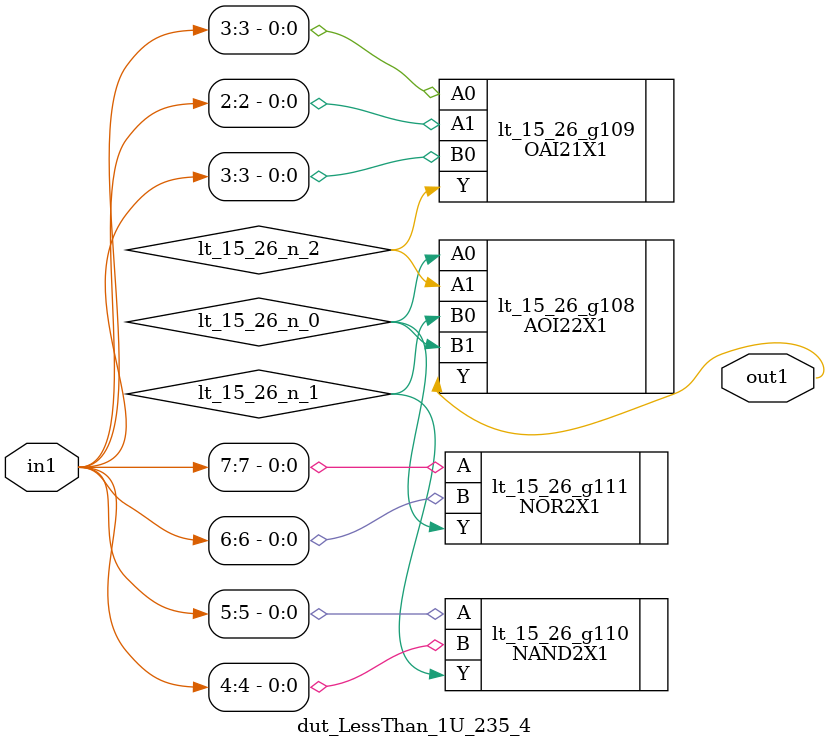
<source format=v>
`timescale 1ps / 1ps


module dut_LessThan_1U_235_4(in1, out1);
  input [7:0] in1;
  output out1;
  wire [7:0] in1;
  wire out1;
  wire lt_15_26_n_0, lt_15_26_n_1, lt_15_26_n_2;
  AOI22X1 lt_15_26_g108(.A0 (lt_15_26_n_0), .A1 (lt_15_26_n_2), .B0
       (lt_15_26_n_1), .B1 (lt_15_26_n_0), .Y (out1));
  OAI21X1 lt_15_26_g109(.A0 (in1[3]), .A1 (in1[2]), .B0 (in1[3]), .Y
       (lt_15_26_n_2));
  NAND2X1 lt_15_26_g110(.A (in1[5]), .B (in1[4]), .Y (lt_15_26_n_1));
  NOR2X1 lt_15_26_g111(.A (in1[7]), .B (in1[6]), .Y (lt_15_26_n_0));
endmodule



</source>
